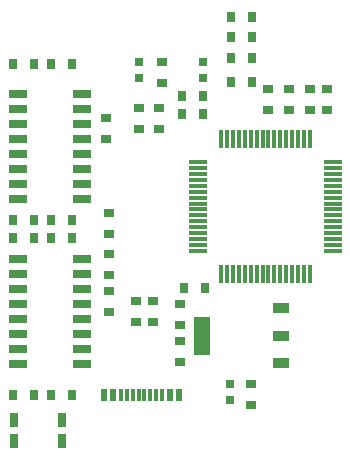
<source format=gtp>
G04*
G04 #@! TF.GenerationSoftware,Altium Limited,Altium Designer,22.9.1 (49)*
G04*
G04 Layer_Color=8421504*
%FSLAX44Y44*%
%MOMM*%
G71*
G04*
G04 #@! TF.SameCoordinates,C6527EDA-D87B-4D04-AF07-29C5A3CB862A*
G04*
G04*
G04 #@! TF.FilePolarity,Positive*
G04*
G01*
G75*
%ADD13R,0.7000X0.6500*%
%ADD14R,0.9398X0.7620*%
G04:AMPARAMS|DCode=15|XSize=1.56mm|YSize=0.28mm|CornerRadius=0.035mm|HoleSize=0mm|Usage=FLASHONLY|Rotation=0.000|XOffset=0mm|YOffset=0mm|HoleType=Round|Shape=RoundedRectangle|*
%AMROUNDEDRECTD15*
21,1,1.5600,0.2100,0,0,0.0*
21,1,1.4900,0.2800,0,0,0.0*
1,1,0.0700,0.7450,-0.1050*
1,1,0.0700,-0.7450,-0.1050*
1,1,0.0700,-0.7450,0.1050*
1,1,0.0700,0.7450,0.1050*
%
%ADD15ROUNDEDRECTD15*%
%ADD16R,0.7600X1.2700*%
%ADD17R,0.7620X0.9398*%
G04:AMPARAMS|DCode=18|XSize=1.56mm|YSize=0.28mm|CornerRadius=0.035mm|HoleSize=0mm|Usage=FLASHONLY|Rotation=90.000|XOffset=0mm|YOffset=0mm|HoleType=Round|Shape=RoundedRectangle|*
%AMROUNDEDRECTD18*
21,1,1.5600,0.2100,0,0,90.0*
21,1,1.4900,0.2800,0,0,90.0*
1,1,0.0700,0.1050,0.7450*
1,1,0.0700,0.1050,-0.7450*
1,1,0.0700,-0.1050,-0.7450*
1,1,0.0700,-0.1050,0.7450*
%
%ADD18ROUNDEDRECTD18*%
%ADD19R,1.3500X0.9500*%
%ADD20R,1.3500X3.2500*%
%ADD21R,1.5250X0.6500*%
%ADD22R,0.6000X1.1400*%
%ADD23R,0.3000X1.1400*%
D13*
X575000Y1141750D02*
D03*
Y1128250D02*
D03*
X630000Y1141750D02*
D03*
Y1128250D02*
D03*
X652500Y855750D02*
D03*
Y869250D02*
D03*
D14*
X595000Y1123610D02*
D03*
Y1141390D02*
D03*
X587500Y938890D02*
D03*
X670000Y851110D02*
D03*
Y868890D02*
D03*
X610000Y887500D02*
D03*
Y905280D02*
D03*
X610000Y936390D02*
D03*
Y918610D02*
D03*
X550000Y930000D02*
D03*
Y947780D02*
D03*
X550000Y961110D02*
D03*
Y978890D02*
D03*
X575000Y1085000D02*
D03*
Y1102780D02*
D03*
X550000Y996110D02*
D03*
Y1013890D02*
D03*
X592500Y1085000D02*
D03*
Y1102780D02*
D03*
X572500Y938890D02*
D03*
Y921110D02*
D03*
X587500D02*
D03*
X547500Y1093890D02*
D03*
Y1076110D02*
D03*
X685000Y1118890D02*
D03*
Y1101110D02*
D03*
X702500Y1118890D02*
D03*
Y1101110D02*
D03*
X720000Y1118890D02*
D03*
Y1101110D02*
D03*
X735000Y1118890D02*
D03*
Y1101110D02*
D03*
D15*
X625700Y1021800D02*
D03*
Y1056800D02*
D03*
Y1051800D02*
D03*
Y1046800D02*
D03*
Y1041800D02*
D03*
Y1036800D02*
D03*
Y1031800D02*
D03*
Y1026800D02*
D03*
Y1016800D02*
D03*
Y1011800D02*
D03*
Y1006800D02*
D03*
Y1001800D02*
D03*
Y996800D02*
D03*
Y991800D02*
D03*
Y986800D02*
D03*
Y981800D02*
D03*
X739300D02*
D03*
Y986800D02*
D03*
Y991800D02*
D03*
Y996800D02*
D03*
Y1001800D02*
D03*
Y1006800D02*
D03*
Y1011800D02*
D03*
Y1016800D02*
D03*
Y1021800D02*
D03*
Y1026800D02*
D03*
Y1031800D02*
D03*
Y1036800D02*
D03*
Y1041800D02*
D03*
Y1046800D02*
D03*
Y1051800D02*
D03*
Y1056800D02*
D03*
D16*
X510000Y821100D02*
D03*
Y838900D02*
D03*
X470000Y821100D02*
D03*
Y838900D02*
D03*
D17*
X671310Y1180000D02*
D03*
X653530D02*
D03*
X671310Y1125000D02*
D03*
X653530D02*
D03*
X671310Y1145000D02*
D03*
X653530D02*
D03*
X671310Y1162500D02*
D03*
X653530D02*
D03*
X612220Y1112500D02*
D03*
X630000Y1112500D02*
D03*
X612220Y1097500D02*
D03*
X630000Y1097500D02*
D03*
X613610Y950000D02*
D03*
X631390D02*
D03*
X518890Y1007500D02*
D03*
X501110D02*
D03*
X518890Y992500D02*
D03*
X501110D02*
D03*
X486390Y1007500D02*
D03*
X468610D02*
D03*
X486390Y992500D02*
D03*
X468610D02*
D03*
X501110Y860000D02*
D03*
X518890D02*
D03*
X468610Y1140000D02*
D03*
X486390D02*
D03*
X518890Y1140000D02*
D03*
X501110D02*
D03*
X486390Y860000D02*
D03*
X468610D02*
D03*
D18*
X645000Y962500D02*
D03*
X650000D02*
D03*
X655000D02*
D03*
X660000D02*
D03*
X665000D02*
D03*
X670000D02*
D03*
X675000D02*
D03*
X680000D02*
D03*
X685000D02*
D03*
X690000D02*
D03*
X695000D02*
D03*
X700000D02*
D03*
X705000D02*
D03*
X710000D02*
D03*
X715000D02*
D03*
X720000D02*
D03*
Y1076100D02*
D03*
X715000D02*
D03*
X710000D02*
D03*
X705000D02*
D03*
X700000D02*
D03*
X695000D02*
D03*
X690000D02*
D03*
X685000D02*
D03*
X680000D02*
D03*
X675000D02*
D03*
X670000D02*
D03*
X665000D02*
D03*
X660000D02*
D03*
X655000D02*
D03*
X650000D02*
D03*
X645000D02*
D03*
D19*
X696000Y887000D02*
D03*
Y910000D02*
D03*
Y933000D02*
D03*
D20*
X629000Y910000D02*
D03*
D21*
X472880Y1114450D02*
D03*
Y1101750D02*
D03*
Y1089050D02*
D03*
Y1076350D02*
D03*
Y1063650D02*
D03*
Y1050950D02*
D03*
Y1038250D02*
D03*
Y1025550D02*
D03*
X527120D02*
D03*
Y1038250D02*
D03*
Y1050950D02*
D03*
Y1063650D02*
D03*
Y1076350D02*
D03*
Y1089050D02*
D03*
Y1101750D02*
D03*
Y1114450D02*
D03*
X472880Y974450D02*
D03*
Y961750D02*
D03*
Y949050D02*
D03*
Y936350D02*
D03*
Y923650D02*
D03*
Y910950D02*
D03*
Y898250D02*
D03*
Y885550D02*
D03*
X527120D02*
D03*
Y898250D02*
D03*
Y910950D02*
D03*
Y923650D02*
D03*
Y936350D02*
D03*
Y949050D02*
D03*
Y961750D02*
D03*
Y974450D02*
D03*
D22*
X609500Y860000D02*
D03*
X601500D02*
D03*
X553500D02*
D03*
X545500D02*
D03*
D23*
X595000D02*
D03*
X590000D02*
D03*
X585000D02*
D03*
X580000Y860000D02*
D03*
X560000Y860000D02*
D03*
X565000D02*
D03*
X570000D02*
D03*
X575000Y860000D02*
D03*
M02*

</source>
